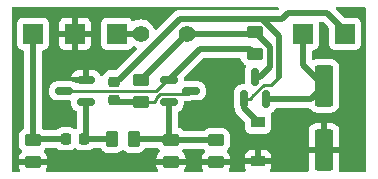
<source format=gbr>
%TF.GenerationSoftware,KiCad,Pcbnew,(6.0.6)*%
%TF.CreationDate,2023-03-14T09:52:22+01:00*%
%TF.ProjectId,Capteur de fourdre,43617074-6575-4722-9064-6520666f7572,rev?*%
%TF.SameCoordinates,Original*%
%TF.FileFunction,Copper,L1,Top*%
%TF.FilePolarity,Positive*%
%FSLAX46Y46*%
G04 Gerber Fmt 4.6, Leading zero omitted, Abs format (unit mm)*
G04 Created by KiCad (PCBNEW (6.0.6)) date 2023-03-14 09:52:22*
%MOMM*%
%LPD*%
G01*
G04 APERTURE LIST*
G04 Aperture macros list*
%AMRoundRect*
0 Rectangle with rounded corners*
0 $1 Rounding radius*
0 $2 $3 $4 $5 $6 $7 $8 $9 X,Y pos of 4 corners*
0 Add a 4 corners polygon primitive as box body*
4,1,4,$2,$3,$4,$5,$6,$7,$8,$9,$2,$3,0*
0 Add four circle primitives for the rounded corners*
1,1,$1+$1,$2,$3*
1,1,$1+$1,$4,$5*
1,1,$1+$1,$6,$7*
1,1,$1+$1,$8,$9*
0 Add four rect primitives between the rounded corners*
20,1,$1+$1,$2,$3,$4,$5,0*
20,1,$1+$1,$4,$5,$6,$7,0*
20,1,$1+$1,$6,$7,$8,$9,0*
20,1,$1+$1,$8,$9,$2,$3,0*%
G04 Aperture macros list end*
%TA.AperFunction,SMDPad,CuDef*%
%ADD10RoundRect,0.250000X-0.550000X1.500000X-0.550000X-1.500000X0.550000X-1.500000X0.550000X1.500000X0*%
%TD*%
%TA.AperFunction,SMDPad,CuDef*%
%ADD11RoundRect,0.225000X-0.225000X-0.250000X0.225000X-0.250000X0.225000X0.250000X-0.225000X0.250000X0*%
%TD*%
%TA.AperFunction,SMDPad,CuDef*%
%ADD12RoundRect,0.150000X0.587500X0.150000X-0.587500X0.150000X-0.587500X-0.150000X0.587500X-0.150000X0*%
%TD*%
%TA.AperFunction,SMDPad,CuDef*%
%ADD13RoundRect,0.150000X0.150000X-0.587500X0.150000X0.587500X-0.150000X0.587500X-0.150000X-0.587500X0*%
%TD*%
%TA.AperFunction,SMDPad,CuDef*%
%ADD14RoundRect,0.225000X0.250000X-0.225000X0.250000X0.225000X-0.250000X0.225000X-0.250000X-0.225000X0*%
%TD*%
%TA.AperFunction,SMDPad,CuDef*%
%ADD15RoundRect,0.250000X-0.262500X-0.450000X0.262500X-0.450000X0.262500X0.450000X-0.262500X0.450000X0*%
%TD*%
%TA.AperFunction,SMDPad,CuDef*%
%ADD16RoundRect,0.150000X-0.587500X-0.150000X0.587500X-0.150000X0.587500X0.150000X-0.587500X0.150000X0*%
%TD*%
%TA.AperFunction,SMDPad,CuDef*%
%ADD17RoundRect,0.250000X-0.450000X0.262500X-0.450000X-0.262500X0.450000X-0.262500X0.450000X0.262500X0*%
%TD*%
%TA.AperFunction,SMDPad,CuDef*%
%ADD18RoundRect,0.250000X0.450000X-0.262500X0.450000X0.262500X-0.450000X0.262500X-0.450000X-0.262500X0*%
%TD*%
%TA.AperFunction,SMDPad,CuDef*%
%ADD19R,1.200000X0.900000*%
%TD*%
%TA.AperFunction,SMDPad,CuDef*%
%ADD20RoundRect,0.250000X-0.475000X0.250000X-0.475000X-0.250000X0.475000X-0.250000X0.475000X0.250000X0*%
%TD*%
%TA.AperFunction,ComponentPad*%
%ADD21R,1.700000X1.700000*%
%TD*%
%TA.AperFunction,ViaPad*%
%ADD22C,1.400000*%
%TD*%
%TA.AperFunction,Conductor*%
%ADD23C,0.500000*%
%TD*%
%TA.AperFunction,Conductor*%
%ADD24C,0.250000*%
%TD*%
G04 APERTURE END LIST*
D10*
%TO.P,C4,1*%
%TO.N,Net-(C4-Pad1)*%
X114808000Y-86962000D03*
%TO.P,C4,2*%
%TO.N,GND*%
X114808000Y-92362000D03*
%TD*%
D11*
%TO.P,C1,1*%
%TO.N,Net-(AE1-Pad1)*%
X92951000Y-91440000D03*
%TO.P,C1,2*%
%TO.N,Net-(C1-Pad2)*%
X94501000Y-91440000D03*
%TD*%
D12*
%TO.P,Q1,1,B*%
%TO.N,Net-(C1-Pad2)*%
X94663500Y-88326000D03*
%TO.P,Q1,2,E*%
%TO.N,GND*%
X94663500Y-86426000D03*
%TO.P,Q1,3,C*%
%TO.N,Net-(Q1-Pad3)*%
X92788500Y-87376000D03*
%TD*%
D13*
%TO.P,Q3,1,B*%
%TO.N,Net-(C3-Pad2)*%
X108016000Y-88059500D03*
%TO.P,Q3,2,E*%
%TO.N,Net-(C4-Pad1)*%
X109916000Y-88059500D03*
%TO.P,Q3,3,C*%
%TO.N,+5V*%
X108966000Y-86184500D03*
%TD*%
D14*
%TO.P,C3,1*%
%TO.N,Net-(C3-Pad1)*%
X97028000Y-88151000D03*
%TO.P,C3,2*%
%TO.N,Net-(C3-Pad2)*%
X97028000Y-86601000D03*
%TD*%
D15*
%TO.P,R3,1*%
%TO.N,Net-(C1-Pad2)*%
X96877500Y-91440000D03*
%TO.P,R3,2*%
%TO.N,Net-(C2-Pad1)*%
X98702500Y-91440000D03*
%TD*%
D16*
%TO.P,Q2,1,B*%
%TO.N,Net-(Q1-Pad3)*%
X101678500Y-86426000D03*
%TO.P,Q2,2,E*%
%TO.N,Net-(C2-Pad1)*%
X101678500Y-88326000D03*
%TO.P,Q2,3,C*%
%TO.N,Net-(C3-Pad1)*%
X103553500Y-87376000D03*
%TD*%
D17*
%TO.P,R2,1*%
%TO.N,+5V*%
X108966000Y-82399500D03*
%TO.P,R2,2*%
%TO.N,Net-(Q1-Pad3)*%
X108966000Y-84224500D03*
%TD*%
%TO.P,R4,1*%
%TO.N,+5V*%
X99314000Y-86463500D03*
%TO.P,R4,2*%
%TO.N,Net-(C3-Pad1)*%
X99314000Y-88288500D03*
%TD*%
D18*
%TO.P,R5,1*%
%TO.N,GND*%
X105664000Y-93368500D03*
%TO.P,R5,2*%
%TO.N,Net-(C2-Pad1)*%
X105664000Y-91543500D03*
%TD*%
D17*
%TO.P,R1,1*%
%TO.N,Net-(AE1-Pad1)*%
X90170000Y-91543500D03*
%TO.P,R1,2*%
%TO.N,GND*%
X90170000Y-93368500D03*
%TD*%
D19*
%TO.P,D1,1,K*%
%TO.N,Net-(C3-Pad2)*%
X109220000Y-90044000D03*
%TO.P,D1,2,A*%
%TO.N,GND*%
X109220000Y-93344000D03*
%TD*%
D20*
%TO.P,C2,1*%
%TO.N,Net-(C2-Pad1)*%
X101854000Y-91506000D03*
%TO.P,C2,2*%
%TO.N,GND*%
X101854000Y-93406000D03*
%TD*%
D21*
%TO.P,J3,1,Pin_1*%
%TO.N,GND*%
X93726000Y-82550000D03*
%TD*%
%TO.P,J4,1,Pin_1*%
%TO.N,+5V*%
X97282000Y-82550000D03*
%TD*%
%TO.P,J1,1,Pin_1*%
%TO.N,Net-(C3-Pad2)*%
X116586000Y-82550000D03*
%TD*%
%TO.P,AE1,1,A*%
%TO.N,Net-(AE1-Pad1)*%
X90170000Y-82550000D03*
%TD*%
%TO.P,J2,1,Pin_1*%
%TO.N,Net-(C4-Pad1)*%
X113030000Y-82550000D03*
%TD*%
D22*
%TO.N,+5V*%
X99314000Y-82550000D03*
X103175750Y-82601750D03*
%TD*%
D23*
%TO.N,Net-(AE1-Pad1)*%
X92776000Y-91440000D02*
X90273500Y-91440000D01*
X90170000Y-82550000D02*
X90170000Y-91543500D01*
D24*
X90273500Y-91440000D02*
X90170000Y-91543500D01*
D23*
%TO.N,Net-(C1-Pad2)*%
X94676000Y-91440000D02*
X94676000Y-88338500D01*
X94676000Y-91440000D02*
X96877500Y-91440000D01*
D24*
X94676000Y-88338500D02*
X94663500Y-88326000D01*
%TO.N,Net-(C2-Pad1)*%
X101788000Y-91440000D02*
X101854000Y-91506000D01*
D23*
X98702500Y-91440000D02*
X101788000Y-91440000D01*
D24*
X101854000Y-91506000D02*
X101678500Y-91330500D01*
D23*
X101678500Y-91330500D02*
X101678500Y-88326000D01*
D24*
X105626500Y-91506000D02*
X105664000Y-91543500D01*
D23*
X101854000Y-91506000D02*
X105626500Y-91506000D01*
D24*
%TO.N,Net-(C3-Pad1)*%
X99314000Y-88288500D02*
X100433500Y-88288500D01*
D23*
X97028000Y-88326000D02*
X99276500Y-88326000D01*
D24*
X100433500Y-88288500D02*
X100584000Y-88138000D01*
X100965249Y-87630000D02*
X103299500Y-87630000D01*
X100584000Y-88138000D02*
X100584000Y-88011249D01*
X103299500Y-87630000D02*
X103553500Y-87376000D01*
X99276500Y-88326000D02*
X99314000Y-88288500D01*
X100584000Y-88011249D02*
X100965249Y-87630000D01*
%TO.N,Net-(C3-Pad2)*%
X108712000Y-87884000D02*
X108712000Y-87847751D01*
D23*
X110998000Y-82804000D02*
X110998000Y-82729051D01*
X110998000Y-82804000D02*
X110998000Y-86215500D01*
D24*
X109474000Y-81280000D02*
X110998000Y-82804000D01*
X108016000Y-88059500D02*
X108536500Y-88059500D01*
X108712000Y-87847751D02*
X109691751Y-86868000D01*
D23*
X108016000Y-88840000D02*
X109220000Y-90044000D01*
D24*
X108887500Y-89711500D02*
X109220000Y-90044000D01*
X109691751Y-86868000D02*
X110345500Y-86868000D01*
X110345500Y-86868000D02*
X110998000Y-86215500D01*
D23*
X111252000Y-81280000D02*
X111760000Y-80772000D01*
X110998000Y-82729051D02*
X109548949Y-81280000D01*
X111760000Y-80772000D02*
X115062000Y-80772000D01*
X109474000Y-81280000D02*
X111252000Y-81280000D01*
X115062000Y-80772000D02*
X116586000Y-82296000D01*
X109548949Y-81280000D02*
X102616000Y-81280000D01*
X108016000Y-88059500D02*
X108016000Y-88840000D01*
D24*
X108536500Y-88059500D02*
X108712000Y-87884000D01*
D23*
X102616000Y-81280000D02*
X97470000Y-86426000D01*
D24*
X97028000Y-86426000D02*
X97470000Y-86426000D01*
D23*
%TO.N,Net-(C4-Pad1)*%
X113030000Y-85184000D02*
X114808000Y-86962000D01*
X109916000Y-88059500D02*
X113710500Y-88059500D01*
X113710500Y-88059500D02*
X114808000Y-86962000D01*
X113030000Y-82550000D02*
X113030000Y-85184000D01*
%TO.N,Net-(Q1-Pad3)*%
X101678500Y-86426000D02*
X104284500Y-83820000D01*
D24*
X100582853Y-87376000D02*
X101532853Y-86426000D01*
X92788500Y-87376000D02*
X100582853Y-87376000D01*
D23*
X108561500Y-83820000D02*
X108966000Y-84224500D01*
D24*
X101532853Y-86426000D02*
X101678500Y-86426000D01*
D23*
X104284500Y-83820000D02*
X108561500Y-83820000D01*
%TO.N,+5V*%
X99314000Y-86463500D02*
X103175750Y-82601750D01*
X103227500Y-82550000D02*
X108815500Y-82550000D01*
X108966000Y-86184500D02*
X109395500Y-86184500D01*
X110236000Y-83669500D02*
X108966000Y-82399500D01*
X110236000Y-85344000D02*
X110236000Y-83669500D01*
D24*
X103175750Y-82601750D02*
X103227500Y-82550000D01*
X108815500Y-82550000D02*
X108966000Y-82399500D01*
D23*
X97282000Y-82550000D02*
X99314000Y-82550000D01*
X109395500Y-86184500D02*
X110236000Y-85344000D01*
%TD*%
%TA.AperFunction,Conductor*%
%TO.N,GND*%
G36*
X110958750Y-80284502D02*
G01*
X111005243Y-80338158D01*
X111015347Y-80408432D01*
X110985853Y-80473012D01*
X110979724Y-80479595D01*
X110974724Y-80484595D01*
X110912412Y-80518621D01*
X110885629Y-80521500D01*
X109636890Y-80521500D01*
X109625689Y-80521001D01*
X109623999Y-80520850D01*
X109616834Y-80519360D01*
X109556174Y-80521001D01*
X109539428Y-80521454D01*
X109536021Y-80521500D01*
X102683070Y-80521500D01*
X102664120Y-80520067D01*
X102649885Y-80517901D01*
X102649881Y-80517901D01*
X102642651Y-80516801D01*
X102635359Y-80517394D01*
X102635356Y-80517394D01*
X102589982Y-80521085D01*
X102579767Y-80521500D01*
X102571707Y-80521500D01*
X102558417Y-80523049D01*
X102543493Y-80524789D01*
X102539118Y-80525222D01*
X102473661Y-80530546D01*
X102473658Y-80530547D01*
X102466363Y-80531140D01*
X102459399Y-80533396D01*
X102453440Y-80534587D01*
X102447585Y-80535971D01*
X102440319Y-80536818D01*
X102371673Y-80561735D01*
X102367545Y-80563152D01*
X102305064Y-80583393D01*
X102305062Y-80583394D01*
X102298101Y-80585649D01*
X102291846Y-80589445D01*
X102286372Y-80591951D01*
X102280942Y-80594670D01*
X102274063Y-80597167D01*
X102267943Y-80601180D01*
X102267942Y-80601180D01*
X102213024Y-80637186D01*
X102209320Y-80639523D01*
X102146893Y-80677405D01*
X102138516Y-80684803D01*
X102138492Y-80684776D01*
X102135500Y-80687429D01*
X102132267Y-80690132D01*
X102126148Y-80694144D01*
X102121116Y-80699456D01*
X102072872Y-80750383D01*
X102070494Y-80752825D01*
X100655700Y-82167619D01*
X100593388Y-82201645D01*
X100522573Y-82196580D01*
X100465737Y-82154033D01*
X100452410Y-82131774D01*
X100366912Y-81948423D01*
X100366910Y-81948420D01*
X100364589Y-81943442D01*
X100243301Y-81770224D01*
X100093776Y-81620699D01*
X99920558Y-81499411D01*
X99915580Y-81497090D01*
X99915577Y-81497088D01*
X99733892Y-81412367D01*
X99733891Y-81412366D01*
X99728910Y-81410044D01*
X99723602Y-81408622D01*
X99723600Y-81408621D01*
X99529970Y-81356738D01*
X99529968Y-81356738D01*
X99524655Y-81355314D01*
X99314000Y-81336884D01*
X99103345Y-81355314D01*
X99098032Y-81356738D01*
X99098030Y-81356738D01*
X98904400Y-81408621D01*
X98904398Y-81408622D01*
X98899090Y-81410044D01*
X98894109Y-81412366D01*
X98894108Y-81412367D01*
X98733274Y-81487365D01*
X98663082Y-81498026D01*
X98598269Y-81469046D01*
X98579198Y-81448735D01*
X98500643Y-81343920D01*
X98500642Y-81343919D01*
X98495261Y-81336739D01*
X98378705Y-81249385D01*
X98242316Y-81198255D01*
X98180134Y-81191500D01*
X96383866Y-81191500D01*
X96321684Y-81198255D01*
X96185295Y-81249385D01*
X96068739Y-81336739D01*
X95981385Y-81453295D01*
X95930255Y-81589684D01*
X95923500Y-81651866D01*
X95923500Y-83448134D01*
X95930255Y-83510316D01*
X95981385Y-83646705D01*
X96068739Y-83763261D01*
X96185295Y-83850615D01*
X96321684Y-83901745D01*
X96383866Y-83908500D01*
X98180134Y-83908500D01*
X98242316Y-83901745D01*
X98378705Y-83850615D01*
X98495261Y-83763261D01*
X98513096Y-83739464D01*
X98579198Y-83651265D01*
X98636058Y-83608750D01*
X98706876Y-83603725D01*
X98733274Y-83612635D01*
X98895774Y-83688410D01*
X98949059Y-83735327D01*
X98968520Y-83803605D01*
X98947978Y-83871565D01*
X98931619Y-83891700D01*
X97217724Y-85605595D01*
X97155412Y-85639621D01*
X97128629Y-85642500D01*
X96729268Y-85642500D01*
X96726022Y-85642837D01*
X96726018Y-85642837D01*
X96691917Y-85646375D01*
X96626981Y-85653113D01*
X96620440Y-85655295D01*
X96620441Y-85655295D01*
X96471676Y-85704927D01*
X96471674Y-85704928D01*
X96464732Y-85707244D01*
X96319287Y-85797248D01*
X96198448Y-85918298D01*
X96194608Y-85924528D01*
X96194607Y-85924529D01*
X96144524Y-86005779D01*
X96108698Y-86063899D01*
X96106442Y-86070702D01*
X96059565Y-86123940D01*
X95991288Y-86143401D01*
X95923328Y-86122859D01*
X95877262Y-86068836D01*
X95871291Y-86052557D01*
X95861895Y-86020214D01*
X95855648Y-86005779D01*
X95779089Y-85876322D01*
X95769449Y-85863896D01*
X95663104Y-85757551D01*
X95650678Y-85747911D01*
X95521221Y-85671352D01*
X95506790Y-85665107D01*
X95360935Y-85622731D01*
X95348333Y-85620430D01*
X95319916Y-85618193D01*
X95314986Y-85618000D01*
X94935615Y-85618000D01*
X94920376Y-85622475D01*
X94919171Y-85623865D01*
X94917500Y-85631548D01*
X94917500Y-86554000D01*
X94897498Y-86622121D01*
X94843842Y-86668614D01*
X94791500Y-86680000D01*
X93780842Y-86680000D01*
X93716703Y-86662453D01*
X93646427Y-86620892D01*
X93646428Y-86620892D01*
X93639601Y-86616855D01*
X93631990Y-86614644D01*
X93631988Y-86614643D01*
X93579769Y-86599472D01*
X93479831Y-86570438D01*
X93473426Y-86569934D01*
X93473421Y-86569933D01*
X93444958Y-86567693D01*
X93444950Y-86567693D01*
X93442502Y-86567500D01*
X92134498Y-86567500D01*
X92132050Y-86567693D01*
X92132042Y-86567693D01*
X92103579Y-86569933D01*
X92103574Y-86569934D01*
X92097169Y-86570438D01*
X91997231Y-86599472D01*
X91945012Y-86614643D01*
X91945010Y-86614644D01*
X91937399Y-86616855D01*
X91930572Y-86620892D01*
X91930573Y-86620892D01*
X91801020Y-86697509D01*
X91801017Y-86697511D01*
X91794193Y-86701547D01*
X91676547Y-86819193D01*
X91672511Y-86826017D01*
X91672509Y-86826020D01*
X91608893Y-86933589D01*
X91591855Y-86962399D01*
X91589644Y-86970010D01*
X91589643Y-86970012D01*
X91574472Y-87022231D01*
X91545438Y-87122169D01*
X91544934Y-87128574D01*
X91544933Y-87128579D01*
X91542693Y-87157042D01*
X91542500Y-87159498D01*
X91542500Y-87592502D01*
X91545438Y-87629831D01*
X91591855Y-87789601D01*
X91595892Y-87796427D01*
X91672509Y-87925980D01*
X91672511Y-87925983D01*
X91676547Y-87932807D01*
X91794193Y-88050453D01*
X91801017Y-88054489D01*
X91801020Y-88054491D01*
X91894032Y-88109498D01*
X91937399Y-88135145D01*
X91945010Y-88137356D01*
X91945012Y-88137357D01*
X91997231Y-88152528D01*
X92097169Y-88181562D01*
X92103574Y-88182066D01*
X92103579Y-88182067D01*
X92132042Y-88184307D01*
X92132050Y-88184307D01*
X92134498Y-88184500D01*
X93291500Y-88184500D01*
X93359621Y-88204502D01*
X93406114Y-88258158D01*
X93417500Y-88310500D01*
X93417500Y-88542502D01*
X93420438Y-88579831D01*
X93429387Y-88610634D01*
X93459273Y-88713502D01*
X93466855Y-88739601D01*
X93483893Y-88768411D01*
X93547509Y-88875980D01*
X93547511Y-88875983D01*
X93551547Y-88882807D01*
X93669193Y-89000453D01*
X93676017Y-89004489D01*
X93676020Y-89004491D01*
X93706562Y-89022553D01*
X93812399Y-89085145D01*
X93826655Y-89089287D01*
X93886489Y-89127500D01*
X93916166Y-89191996D01*
X93917500Y-89210283D01*
X93917500Y-90479032D01*
X93897498Y-90547153D01*
X93857804Y-90586175D01*
X93856258Y-90587132D01*
X93824787Y-90606607D01*
X93817287Y-90611248D01*
X93812114Y-90616430D01*
X93806380Y-90620975D01*
X93804858Y-90619055D01*
X93752794Y-90647545D01*
X93681974Y-90642544D01*
X93645448Y-90619118D01*
X93644628Y-90620157D01*
X93638882Y-90615619D01*
X93633702Y-90610448D01*
X93623754Y-90604316D01*
X93494331Y-90524538D01*
X93494329Y-90524537D01*
X93488101Y-90520698D01*
X93325757Y-90466851D01*
X93318920Y-90466151D01*
X93318918Y-90466150D01*
X93277599Y-90461917D01*
X93224732Y-90456500D01*
X92677268Y-90456500D01*
X92674022Y-90456837D01*
X92674018Y-90456837D01*
X92639917Y-90460375D01*
X92574981Y-90467113D01*
X92568440Y-90469295D01*
X92568441Y-90469295D01*
X92419676Y-90518927D01*
X92419674Y-90518928D01*
X92412732Y-90521244D01*
X92406508Y-90525096D01*
X92406507Y-90525096D01*
X92310839Y-90584297D01*
X92267287Y-90611248D01*
X92236046Y-90642544D01*
X92234075Y-90644518D01*
X92171793Y-90678597D01*
X92144902Y-90681500D01*
X91128701Y-90681500D01*
X91062585Y-90662760D01*
X91060538Y-90661498D01*
X90988383Y-90617021D01*
X90940891Y-90564250D01*
X90928500Y-90509762D01*
X90928500Y-86154605D01*
X93426061Y-86154605D01*
X93426101Y-86168706D01*
X93433370Y-86172000D01*
X94391385Y-86172000D01*
X94406624Y-86167525D01*
X94407829Y-86166135D01*
X94409500Y-86158452D01*
X94409500Y-85636116D01*
X94405025Y-85620877D01*
X94403635Y-85619672D01*
X94395952Y-85618001D01*
X94012017Y-85618001D01*
X94007080Y-85618195D01*
X93978664Y-85620430D01*
X93966069Y-85622730D01*
X93820210Y-85665107D01*
X93805779Y-85671352D01*
X93676322Y-85747911D01*
X93663896Y-85757551D01*
X93557551Y-85863896D01*
X93547911Y-85876322D01*
X93471352Y-86005779D01*
X93465107Y-86020210D01*
X93426061Y-86154605D01*
X90928500Y-86154605D01*
X90928500Y-84034500D01*
X90948502Y-83966379D01*
X91002158Y-83919886D01*
X91054500Y-83908500D01*
X91068134Y-83908500D01*
X91130316Y-83901745D01*
X91266705Y-83850615D01*
X91383261Y-83763261D01*
X91470615Y-83646705D01*
X91521745Y-83510316D01*
X91528500Y-83448134D01*
X91528500Y-83444669D01*
X92368001Y-83444669D01*
X92368371Y-83451490D01*
X92373895Y-83502352D01*
X92377521Y-83517604D01*
X92422676Y-83638054D01*
X92431214Y-83653649D01*
X92507715Y-83755724D01*
X92520276Y-83768285D01*
X92622351Y-83844786D01*
X92637946Y-83853324D01*
X92758394Y-83898478D01*
X92773649Y-83902105D01*
X92824514Y-83907631D01*
X92831328Y-83908000D01*
X93453885Y-83908000D01*
X93469124Y-83903525D01*
X93470329Y-83902135D01*
X93472000Y-83894452D01*
X93472000Y-83889884D01*
X93980000Y-83889884D01*
X93984475Y-83905123D01*
X93985865Y-83906328D01*
X93993548Y-83907999D01*
X94620669Y-83907999D01*
X94627490Y-83907629D01*
X94678352Y-83902105D01*
X94693604Y-83898479D01*
X94814054Y-83853324D01*
X94829649Y-83844786D01*
X94931724Y-83768285D01*
X94944285Y-83755724D01*
X95020786Y-83653649D01*
X95029324Y-83638054D01*
X95074478Y-83517606D01*
X95078105Y-83502351D01*
X95083631Y-83451486D01*
X95084000Y-83444672D01*
X95084000Y-82822115D01*
X95079525Y-82806876D01*
X95078135Y-82805671D01*
X95070452Y-82804000D01*
X93998115Y-82804000D01*
X93982876Y-82808475D01*
X93981671Y-82809865D01*
X93980000Y-82817548D01*
X93980000Y-83889884D01*
X93472000Y-83889884D01*
X93472000Y-82822115D01*
X93467525Y-82806876D01*
X93466135Y-82805671D01*
X93458452Y-82804000D01*
X92386116Y-82804000D01*
X92370877Y-82808475D01*
X92369672Y-82809865D01*
X92368001Y-82817548D01*
X92368001Y-83444669D01*
X91528500Y-83444669D01*
X91528500Y-82277885D01*
X92368000Y-82277885D01*
X92372475Y-82293124D01*
X92373865Y-82294329D01*
X92381548Y-82296000D01*
X93453885Y-82296000D01*
X93469124Y-82291525D01*
X93470329Y-82290135D01*
X93472000Y-82282452D01*
X93472000Y-82277885D01*
X93980000Y-82277885D01*
X93984475Y-82293124D01*
X93985865Y-82294329D01*
X93993548Y-82296000D01*
X95065884Y-82296000D01*
X95081123Y-82291525D01*
X95082328Y-82290135D01*
X95083999Y-82282452D01*
X95083999Y-81655331D01*
X95083629Y-81648510D01*
X95078105Y-81597648D01*
X95074479Y-81582396D01*
X95029324Y-81461946D01*
X95020786Y-81446351D01*
X94944285Y-81344276D01*
X94931724Y-81331715D01*
X94829649Y-81255214D01*
X94814054Y-81246676D01*
X94693606Y-81201522D01*
X94678351Y-81197895D01*
X94627486Y-81192369D01*
X94620672Y-81192000D01*
X93998115Y-81192000D01*
X93982876Y-81196475D01*
X93981671Y-81197865D01*
X93980000Y-81205548D01*
X93980000Y-82277885D01*
X93472000Y-82277885D01*
X93472000Y-81210116D01*
X93467525Y-81194877D01*
X93466135Y-81193672D01*
X93458452Y-81192001D01*
X92831331Y-81192001D01*
X92824510Y-81192371D01*
X92773648Y-81197895D01*
X92758396Y-81201521D01*
X92637946Y-81246676D01*
X92622351Y-81255214D01*
X92520276Y-81331715D01*
X92507715Y-81344276D01*
X92431214Y-81446351D01*
X92422676Y-81461946D01*
X92377522Y-81582394D01*
X92373895Y-81597649D01*
X92368369Y-81648514D01*
X92368000Y-81655328D01*
X92368000Y-82277885D01*
X91528500Y-82277885D01*
X91528500Y-81651866D01*
X91521745Y-81589684D01*
X91470615Y-81453295D01*
X91383261Y-81336739D01*
X91266705Y-81249385D01*
X91130316Y-81198255D01*
X91068134Y-81191500D01*
X89271866Y-81191500D01*
X89209684Y-81198255D01*
X89073295Y-81249385D01*
X88956739Y-81336739D01*
X88869385Y-81453295D01*
X88818255Y-81589684D01*
X88811500Y-81651866D01*
X88811500Y-83448134D01*
X88818255Y-83510316D01*
X88869385Y-83646705D01*
X88956739Y-83763261D01*
X89073295Y-83850615D01*
X89209684Y-83901745D01*
X89271866Y-83908500D01*
X89285500Y-83908500D01*
X89353621Y-83928502D01*
X89400114Y-83982158D01*
X89411500Y-84034500D01*
X89411500Y-90509689D01*
X89391498Y-90577810D01*
X89351804Y-90616833D01*
X89245652Y-90682522D01*
X89120695Y-90807697D01*
X89027885Y-90958262D01*
X88972203Y-91126139D01*
X88961500Y-91230600D01*
X88961500Y-91856400D01*
X88972474Y-91962166D01*
X89028450Y-92129946D01*
X89121522Y-92280348D01*
X89126704Y-92285521D01*
X89208463Y-92367138D01*
X89242542Y-92429421D01*
X89237539Y-92500241D01*
X89208618Y-92545329D01*
X89126261Y-92627829D01*
X89117249Y-92639240D01*
X89032184Y-92777243D01*
X89026037Y-92790424D01*
X88974862Y-92944710D01*
X88971995Y-92958086D01*
X88962328Y-93052438D01*
X88962000Y-93058855D01*
X88962000Y-93096385D01*
X88966475Y-93111624D01*
X88967865Y-93112829D01*
X88975548Y-93114500D01*
X91359884Y-93114500D01*
X91375123Y-93110025D01*
X91376328Y-93108635D01*
X91377999Y-93100952D01*
X91377999Y-93058905D01*
X91377662Y-93052386D01*
X91367743Y-92956794D01*
X91364851Y-92943400D01*
X91313412Y-92789216D01*
X91307239Y-92776038D01*
X91221937Y-92638193D01*
X91212901Y-92626792D01*
X91131538Y-92545570D01*
X91097459Y-92483287D01*
X91102462Y-92412467D01*
X91131383Y-92367380D01*
X91214130Y-92284488D01*
X91214134Y-92284483D01*
X91219305Y-92279303D01*
X91225809Y-92268752D01*
X91232201Y-92258383D01*
X91284974Y-92210890D01*
X91339460Y-92198500D01*
X92144995Y-92198500D01*
X92213116Y-92218502D01*
X92234012Y-92235327D01*
X92263113Y-92264377D01*
X92263118Y-92264381D01*
X92268298Y-92269552D01*
X92274528Y-92273392D01*
X92274529Y-92273393D01*
X92407415Y-92355305D01*
X92413899Y-92359302D01*
X92576243Y-92413149D01*
X92583080Y-92413849D01*
X92583082Y-92413850D01*
X92624401Y-92418083D01*
X92677268Y-92423500D01*
X93224732Y-92423500D01*
X93227978Y-92423163D01*
X93227982Y-92423163D01*
X93262083Y-92419625D01*
X93327019Y-92412887D01*
X93390029Y-92391865D01*
X93482324Y-92361073D01*
X93482326Y-92361072D01*
X93489268Y-92358756D01*
X93581822Y-92301482D01*
X93628487Y-92272605D01*
X93628488Y-92272604D01*
X93634713Y-92268752D01*
X93639886Y-92263570D01*
X93645620Y-92259025D01*
X93647142Y-92260945D01*
X93699206Y-92232455D01*
X93770026Y-92237456D01*
X93806552Y-92260882D01*
X93807372Y-92259843D01*
X93813118Y-92264381D01*
X93818298Y-92269552D01*
X93824528Y-92273392D01*
X93824529Y-92273393D01*
X93957415Y-92355305D01*
X93963899Y-92359302D01*
X94126243Y-92413149D01*
X94133080Y-92413849D01*
X94133082Y-92413850D01*
X94174401Y-92418083D01*
X94227268Y-92423500D01*
X94774732Y-92423500D01*
X94777978Y-92423163D01*
X94777982Y-92423163D01*
X94812083Y-92419625D01*
X94877019Y-92412887D01*
X94940029Y-92391865D01*
X95032324Y-92361073D01*
X95032326Y-92361072D01*
X95039268Y-92358756D01*
X95184713Y-92268752D01*
X95217925Y-92235482D01*
X95280207Y-92201403D01*
X95307098Y-92198500D01*
X95843689Y-92198500D01*
X95911810Y-92218502D01*
X95950833Y-92258196D01*
X96016522Y-92364348D01*
X96141697Y-92489305D01*
X96147927Y-92493145D01*
X96147928Y-92493146D01*
X96285090Y-92577694D01*
X96292262Y-92582115D01*
X96372005Y-92608564D01*
X96453611Y-92635632D01*
X96453613Y-92635632D01*
X96460139Y-92637797D01*
X96466975Y-92638497D01*
X96466978Y-92638498D01*
X96510031Y-92642909D01*
X96564600Y-92648500D01*
X97190400Y-92648500D01*
X97193646Y-92648163D01*
X97193650Y-92648163D01*
X97289308Y-92638238D01*
X97289312Y-92638237D01*
X97296166Y-92637526D01*
X97302702Y-92635345D01*
X97302704Y-92635345D01*
X97434806Y-92591272D01*
X97463946Y-92581550D01*
X97614348Y-92488478D01*
X97700784Y-92401891D01*
X97763066Y-92367812D01*
X97833886Y-92372815D01*
X97878975Y-92401736D01*
X97917983Y-92440676D01*
X97966697Y-92489305D01*
X97972927Y-92493145D01*
X97972928Y-92493146D01*
X98110090Y-92577694D01*
X98117262Y-92582115D01*
X98197005Y-92608564D01*
X98278611Y-92635632D01*
X98278613Y-92635632D01*
X98285139Y-92637797D01*
X98291975Y-92638497D01*
X98291978Y-92638498D01*
X98335031Y-92642909D01*
X98389600Y-92648500D01*
X99015400Y-92648500D01*
X99018646Y-92648163D01*
X99018650Y-92648163D01*
X99114308Y-92638238D01*
X99114312Y-92638237D01*
X99121166Y-92637526D01*
X99127702Y-92635345D01*
X99127704Y-92635345D01*
X99259806Y-92591272D01*
X99288946Y-92581550D01*
X99439348Y-92488478D01*
X99564305Y-92363303D01*
X99628979Y-92258383D01*
X99681750Y-92210891D01*
X99736238Y-92198500D01*
X100696492Y-92198500D01*
X100764613Y-92218502D01*
X100785508Y-92235326D01*
X100905697Y-92355305D01*
X100910235Y-92358102D01*
X100950824Y-92415353D01*
X100954054Y-92486276D01*
X100918428Y-92547687D01*
X100909932Y-92555062D01*
X100899793Y-92563098D01*
X100785261Y-92677829D01*
X100776249Y-92689240D01*
X100691184Y-92827243D01*
X100685037Y-92840424D01*
X100633862Y-92994710D01*
X100630995Y-93008086D01*
X100621328Y-93102438D01*
X100621000Y-93108855D01*
X100621000Y-93133885D01*
X100625475Y-93149124D01*
X100626865Y-93150329D01*
X100634548Y-93152000D01*
X103068884Y-93152000D01*
X103084123Y-93147525D01*
X103085328Y-93146135D01*
X103086999Y-93138452D01*
X103086999Y-93108905D01*
X103086662Y-93102386D01*
X103076743Y-93006794D01*
X103073851Y-92993400D01*
X103022412Y-92839216D01*
X103016239Y-92826038D01*
X102930937Y-92688193D01*
X102921901Y-92676792D01*
X102807172Y-92562262D01*
X102798238Y-92555206D01*
X102757177Y-92497288D01*
X102753947Y-92426365D01*
X102789574Y-92364954D01*
X102797407Y-92358154D01*
X102803348Y-92354478D01*
X102856252Y-92301482D01*
X102918535Y-92267403D01*
X102945425Y-92264500D01*
X104547520Y-92264500D01*
X104615641Y-92284502D01*
X104636538Y-92301327D01*
X104702463Y-92367138D01*
X104736542Y-92429421D01*
X104731539Y-92500241D01*
X104702618Y-92545329D01*
X104620261Y-92627829D01*
X104611249Y-92639240D01*
X104526184Y-92777243D01*
X104520037Y-92790424D01*
X104468862Y-92944710D01*
X104465995Y-92958086D01*
X104456328Y-93052438D01*
X104456000Y-93058855D01*
X104456000Y-93096385D01*
X104460475Y-93111624D01*
X104461865Y-93112829D01*
X104469548Y-93114500D01*
X106853884Y-93114500D01*
X106869123Y-93110025D01*
X106870328Y-93108635D01*
X106871999Y-93100952D01*
X106871999Y-93071885D01*
X108112000Y-93071885D01*
X108116475Y-93087124D01*
X108117865Y-93088329D01*
X108125548Y-93090000D01*
X108947885Y-93090000D01*
X108963124Y-93085525D01*
X108964329Y-93084135D01*
X108966000Y-93076452D01*
X108966000Y-93071885D01*
X109474000Y-93071885D01*
X109478475Y-93087124D01*
X109479865Y-93088329D01*
X109487548Y-93090000D01*
X110309884Y-93090000D01*
X110325123Y-93085525D01*
X110326328Y-93084135D01*
X110327999Y-93076452D01*
X110327999Y-92849331D01*
X110327629Y-92842510D01*
X110322105Y-92791648D01*
X110318479Y-92776396D01*
X110273324Y-92655946D01*
X110264786Y-92640351D01*
X110188285Y-92538276D01*
X110175724Y-92525715D01*
X110073649Y-92449214D01*
X110058054Y-92440676D01*
X109937606Y-92395522D01*
X109922351Y-92391895D01*
X109871486Y-92386369D01*
X109864672Y-92386000D01*
X109492115Y-92386000D01*
X109476876Y-92390475D01*
X109475671Y-92391865D01*
X109474000Y-92399548D01*
X109474000Y-93071885D01*
X108966000Y-93071885D01*
X108966000Y-92404116D01*
X108961525Y-92388877D01*
X108960135Y-92387672D01*
X108952452Y-92386001D01*
X108575331Y-92386001D01*
X108568510Y-92386371D01*
X108517648Y-92391895D01*
X108502396Y-92395521D01*
X108381946Y-92440676D01*
X108366351Y-92449214D01*
X108264276Y-92525715D01*
X108251715Y-92538276D01*
X108175214Y-92640351D01*
X108166676Y-92655946D01*
X108121522Y-92776394D01*
X108117895Y-92791649D01*
X108112369Y-92842514D01*
X108112000Y-92849328D01*
X108112000Y-93071885D01*
X106871999Y-93071885D01*
X106871999Y-93058905D01*
X106871662Y-93052386D01*
X106861743Y-92956794D01*
X106858851Y-92943400D01*
X106807412Y-92789216D01*
X106801239Y-92776038D01*
X106715937Y-92638193D01*
X106706901Y-92626792D01*
X106625538Y-92545570D01*
X106591459Y-92483287D01*
X106596462Y-92412467D01*
X106625383Y-92367380D01*
X106708130Y-92284488D01*
X106708134Y-92284483D01*
X106713305Y-92279303D01*
X106724660Y-92260882D01*
X106802275Y-92134968D01*
X106802276Y-92134966D01*
X106806115Y-92128738D01*
X106819002Y-92089885D01*
X113500000Y-92089885D01*
X113504475Y-92105124D01*
X113505865Y-92106329D01*
X113513548Y-92108000D01*
X114535885Y-92108000D01*
X114551124Y-92103525D01*
X114552329Y-92102135D01*
X114554000Y-92094452D01*
X114554000Y-92089885D01*
X115062000Y-92089885D01*
X115066475Y-92105124D01*
X115067865Y-92106329D01*
X115075548Y-92108000D01*
X116097884Y-92108000D01*
X116113123Y-92103525D01*
X116114328Y-92102135D01*
X116115999Y-92094452D01*
X116115999Y-90814905D01*
X116115662Y-90808386D01*
X116105743Y-90712794D01*
X116102851Y-90699400D01*
X116051412Y-90545216D01*
X116045239Y-90532038D01*
X115959937Y-90394193D01*
X115950901Y-90382792D01*
X115836171Y-90268261D01*
X115824760Y-90259249D01*
X115686757Y-90174184D01*
X115673576Y-90168037D01*
X115519290Y-90116862D01*
X115505914Y-90113995D01*
X115411562Y-90104328D01*
X115405145Y-90104000D01*
X115080115Y-90104000D01*
X115064876Y-90108475D01*
X115063671Y-90109865D01*
X115062000Y-90117548D01*
X115062000Y-92089885D01*
X114554000Y-92089885D01*
X114554000Y-90122116D01*
X114549525Y-90106877D01*
X114548135Y-90105672D01*
X114540452Y-90104001D01*
X114210905Y-90104001D01*
X114204386Y-90104338D01*
X114108794Y-90114257D01*
X114095400Y-90117149D01*
X113941216Y-90168588D01*
X113928038Y-90174761D01*
X113790193Y-90260063D01*
X113778792Y-90269099D01*
X113664261Y-90383829D01*
X113655249Y-90395240D01*
X113570184Y-90533243D01*
X113564037Y-90546424D01*
X113512862Y-90700710D01*
X113509995Y-90714086D01*
X113500328Y-90808438D01*
X113500000Y-90814855D01*
X113500000Y-92089885D01*
X106819002Y-92089885D01*
X106861797Y-91960861D01*
X106872500Y-91856400D01*
X106872500Y-91230600D01*
X106861526Y-91124834D01*
X106805550Y-90957054D01*
X106712478Y-90806652D01*
X106587303Y-90681695D01*
X106566885Y-90669109D01*
X106442968Y-90592725D01*
X106442966Y-90592724D01*
X106436738Y-90588885D01*
X106336085Y-90555500D01*
X106275389Y-90535368D01*
X106275387Y-90535368D01*
X106268861Y-90533203D01*
X106262025Y-90532503D01*
X106262022Y-90532502D01*
X106218969Y-90528091D01*
X106164400Y-90522500D01*
X105163600Y-90522500D01*
X105160354Y-90522837D01*
X105160350Y-90522837D01*
X105064692Y-90532762D01*
X105064688Y-90532763D01*
X105057834Y-90533474D01*
X105051298Y-90535655D01*
X105051296Y-90535655D01*
X104924943Y-90577810D01*
X104890054Y-90589450D01*
X104739652Y-90682522D01*
X104734479Y-90687704D01*
X104734474Y-90687708D01*
X104711705Y-90710517D01*
X104649423Y-90744597D01*
X104622532Y-90747500D01*
X102945393Y-90747500D01*
X102877272Y-90727498D01*
X102856375Y-90710673D01*
X102807483Y-90661866D01*
X102802303Y-90656695D01*
X102787459Y-90647545D01*
X102657968Y-90567725D01*
X102657966Y-90567724D01*
X102651738Y-90563885D01*
X102555722Y-90532038D01*
X102523333Y-90521295D01*
X102464973Y-90480864D01*
X102437736Y-90415300D01*
X102437000Y-90401702D01*
X102437000Y-89206652D01*
X102457002Y-89138531D01*
X102510658Y-89092038D01*
X102514721Y-89090529D01*
X102514711Y-89090506D01*
X102521988Y-89087357D01*
X102529601Y-89085145D01*
X102593076Y-89047606D01*
X102665980Y-89004491D01*
X102665983Y-89004489D01*
X102672807Y-89000453D01*
X102790453Y-88882807D01*
X102794489Y-88875983D01*
X102794491Y-88875980D01*
X102858107Y-88768411D01*
X102875145Y-88739601D01*
X102882728Y-88713502D01*
X102912613Y-88610634D01*
X102921562Y-88579831D01*
X102924500Y-88542502D01*
X102924500Y-88389500D01*
X102944502Y-88321379D01*
X102998158Y-88274886D01*
X103050500Y-88263500D01*
X103220733Y-88263500D01*
X103231916Y-88264027D01*
X103239409Y-88265702D01*
X103247335Y-88265453D01*
X103247336Y-88265453D01*
X103307486Y-88263562D01*
X103311445Y-88263500D01*
X103339356Y-88263500D01*
X103343291Y-88263003D01*
X103343356Y-88262995D01*
X103355193Y-88262062D01*
X103387451Y-88261048D01*
X103391470Y-88260922D01*
X103399389Y-88260673D01*
X103418843Y-88255021D01*
X103438200Y-88251013D01*
X103450430Y-88249468D01*
X103450431Y-88249468D01*
X103458297Y-88248474D01*
X103465668Y-88245555D01*
X103465670Y-88245555D01*
X103499412Y-88232196D01*
X103510642Y-88228351D01*
X103545483Y-88218229D01*
X103545484Y-88218229D01*
X103553093Y-88216018D01*
X103559912Y-88211985D01*
X103559917Y-88211983D01*
X103570528Y-88205707D01*
X103588276Y-88197012D01*
X103597534Y-88193346D01*
X103643911Y-88184500D01*
X104207502Y-88184500D01*
X104209950Y-88184307D01*
X104209958Y-88184307D01*
X104238421Y-88182067D01*
X104238426Y-88182066D01*
X104244831Y-88181562D01*
X104344769Y-88152528D01*
X104396988Y-88137357D01*
X104396990Y-88137356D01*
X104404601Y-88135145D01*
X104447968Y-88109498D01*
X104540980Y-88054491D01*
X104540983Y-88054489D01*
X104547807Y-88050453D01*
X104665453Y-87932807D01*
X104669489Y-87925983D01*
X104669491Y-87925980D01*
X104746108Y-87796427D01*
X104750145Y-87789601D01*
X104796562Y-87629831D01*
X104799500Y-87592502D01*
X104799500Y-87159498D01*
X104799307Y-87157042D01*
X104797067Y-87128579D01*
X104797066Y-87128574D01*
X104796562Y-87122169D01*
X104767528Y-87022231D01*
X104752357Y-86970012D01*
X104752356Y-86970010D01*
X104750145Y-86962399D01*
X104733107Y-86933589D01*
X104669491Y-86826020D01*
X104669489Y-86826017D01*
X104665453Y-86819193D01*
X104547807Y-86701547D01*
X104540983Y-86697511D01*
X104540980Y-86697509D01*
X104411427Y-86620892D01*
X104411428Y-86620892D01*
X104404601Y-86616855D01*
X104396990Y-86614644D01*
X104396988Y-86614643D01*
X104344769Y-86599472D01*
X104244831Y-86570438D01*
X104238426Y-86569934D01*
X104238421Y-86569933D01*
X104209958Y-86567693D01*
X104209950Y-86567693D01*
X104207502Y-86567500D01*
X103050500Y-86567500D01*
X102982379Y-86547498D01*
X102935886Y-86493842D01*
X102924500Y-86441500D01*
X102924500Y-86304871D01*
X102944502Y-86236750D01*
X102961405Y-86215776D01*
X104561776Y-84615405D01*
X104624088Y-84581379D01*
X104650871Y-84578500D01*
X107656109Y-84578500D01*
X107724230Y-84598502D01*
X107770723Y-84652158D01*
X107775633Y-84664624D01*
X107824450Y-84810946D01*
X107917522Y-84961348D01*
X108042697Y-85086305D01*
X108048927Y-85090145D01*
X108048928Y-85090146D01*
X108164779Y-85161558D01*
X108212273Y-85214331D01*
X108223696Y-85284402D01*
X108212055Y-85318440D01*
X108214039Y-85319299D01*
X108210890Y-85326577D01*
X108206855Y-85333399D01*
X108160438Y-85493169D01*
X108159934Y-85499574D01*
X108159933Y-85499579D01*
X108157859Y-85525937D01*
X108157500Y-85530498D01*
X108157500Y-86687500D01*
X108137498Y-86755621D01*
X108083842Y-86802114D01*
X108031500Y-86813500D01*
X107799498Y-86813500D01*
X107797050Y-86813693D01*
X107797042Y-86813693D01*
X107768579Y-86815933D01*
X107768574Y-86815934D01*
X107762169Y-86816438D01*
X107662231Y-86845472D01*
X107610012Y-86860643D01*
X107610010Y-86860644D01*
X107602399Y-86862855D01*
X107595572Y-86866892D01*
X107595573Y-86866892D01*
X107466020Y-86943509D01*
X107466017Y-86943511D01*
X107459193Y-86947547D01*
X107341547Y-87065193D01*
X107337511Y-87072017D01*
X107337509Y-87072020D01*
X107287212Y-87157068D01*
X107256855Y-87208399D01*
X107254644Y-87216010D01*
X107254643Y-87216012D01*
X107249207Y-87234724D01*
X107210438Y-87368169D01*
X107207500Y-87405498D01*
X107207500Y-88713502D01*
X107207693Y-88715950D01*
X107207693Y-88715958D01*
X107208955Y-88731987D01*
X107210438Y-88750831D01*
X107246797Y-88875980D01*
X107256855Y-88910601D01*
X107255954Y-88910863D01*
X107263040Y-88939229D01*
X107266376Y-88980240D01*
X107267140Y-88989637D01*
X107269396Y-88996601D01*
X107270587Y-89002560D01*
X107271971Y-89008415D01*
X107272818Y-89015681D01*
X107297735Y-89084327D01*
X107299152Y-89088455D01*
X107315375Y-89138531D01*
X107321649Y-89157899D01*
X107325445Y-89164154D01*
X107327951Y-89169628D01*
X107330670Y-89175058D01*
X107333167Y-89181937D01*
X107337180Y-89188057D01*
X107337180Y-89188058D01*
X107373186Y-89242976D01*
X107375523Y-89246680D01*
X107413405Y-89309107D01*
X107417121Y-89313315D01*
X107417122Y-89313316D01*
X107420803Y-89317484D01*
X107420776Y-89317508D01*
X107423429Y-89320500D01*
X107426132Y-89323733D01*
X107430144Y-89329852D01*
X107435456Y-89334884D01*
X107486383Y-89383128D01*
X107488825Y-89385506D01*
X108074595Y-89971276D01*
X108108621Y-90033588D01*
X108111500Y-90060371D01*
X108111500Y-90542134D01*
X108118255Y-90604316D01*
X108169385Y-90740705D01*
X108256739Y-90857261D01*
X108373295Y-90944615D01*
X108509684Y-90995745D01*
X108571866Y-91002500D01*
X109868134Y-91002500D01*
X109930316Y-90995745D01*
X110066705Y-90944615D01*
X110183261Y-90857261D01*
X110270615Y-90740705D01*
X110321745Y-90604316D01*
X110328500Y-90542134D01*
X110328500Y-89545866D01*
X110321745Y-89483684D01*
X110318973Y-89476288D01*
X110318971Y-89476282D01*
X110290430Y-89400150D01*
X110285247Y-89329343D01*
X110319168Y-89266974D01*
X110344273Y-89247468D01*
X110465980Y-89175491D01*
X110465983Y-89175489D01*
X110472807Y-89171453D01*
X110590453Y-89053807D01*
X110594489Y-89046983D01*
X110594491Y-89046980D01*
X110664889Y-88927943D01*
X110675145Y-88910601D01*
X110677357Y-88902988D01*
X110680506Y-88895711D01*
X110683274Y-88896909D01*
X110713889Y-88848993D01*
X110778391Y-88819330D01*
X110796652Y-88818000D01*
X113516084Y-88818000D01*
X113584205Y-88838002D01*
X113623225Y-88877693D01*
X113659522Y-88936348D01*
X113664704Y-88941521D01*
X113682607Y-88959393D01*
X113784697Y-89061305D01*
X113790927Y-89065145D01*
X113790928Y-89065146D01*
X113928090Y-89149694D01*
X113935262Y-89154115D01*
X113982033Y-89169628D01*
X114096611Y-89207632D01*
X114096613Y-89207632D01*
X114103139Y-89209797D01*
X114109975Y-89210497D01*
X114109978Y-89210498D01*
X114153031Y-89214909D01*
X114207600Y-89220500D01*
X115408400Y-89220500D01*
X115411646Y-89220163D01*
X115411650Y-89220163D01*
X115507308Y-89210238D01*
X115507312Y-89210237D01*
X115514166Y-89209526D01*
X115520702Y-89207345D01*
X115520704Y-89207345D01*
X115668910Y-89157899D01*
X115681946Y-89153550D01*
X115832348Y-89060478D01*
X115845823Y-89046980D01*
X115952134Y-88940483D01*
X115957305Y-88935303D01*
X115992814Y-88877697D01*
X116046275Y-88790968D01*
X116046276Y-88790966D01*
X116050115Y-88784738D01*
X116105797Y-88616861D01*
X116116500Y-88512400D01*
X116116500Y-85411600D01*
X116107654Y-85326339D01*
X116106238Y-85312692D01*
X116106237Y-85312688D01*
X116105526Y-85305834D01*
X116049550Y-85138054D01*
X115956478Y-84987652D01*
X115831303Y-84862695D01*
X115747351Y-84810946D01*
X115686968Y-84773725D01*
X115686966Y-84773724D01*
X115680738Y-84769885D01*
X115520254Y-84716655D01*
X115519389Y-84716368D01*
X115519387Y-84716368D01*
X115512861Y-84714203D01*
X115506025Y-84713503D01*
X115506022Y-84713502D01*
X115462969Y-84709091D01*
X115408400Y-84703500D01*
X114207600Y-84703500D01*
X114204354Y-84703837D01*
X114204350Y-84703837D01*
X114108692Y-84713762D01*
X114108688Y-84713763D01*
X114101834Y-84714474D01*
X114095298Y-84716655D01*
X114095296Y-84716655D01*
X113954376Y-84763670D01*
X113883427Y-84766254D01*
X113822343Y-84730071D01*
X113790518Y-84666606D01*
X113788500Y-84644146D01*
X113788500Y-84034500D01*
X113808502Y-83966379D01*
X113862158Y-83919886D01*
X113914500Y-83908500D01*
X113928134Y-83908500D01*
X113990316Y-83901745D01*
X114126705Y-83850615D01*
X114243261Y-83763261D01*
X114330615Y-83646705D01*
X114381745Y-83510316D01*
X114388500Y-83448134D01*
X114388500Y-81656500D01*
X114408502Y-81588379D01*
X114462158Y-81541886D01*
X114514500Y-81530500D01*
X114695629Y-81530500D01*
X114763750Y-81550502D01*
X114784724Y-81567405D01*
X115190595Y-81973276D01*
X115224621Y-82035588D01*
X115227500Y-82062371D01*
X115227500Y-83448134D01*
X115234255Y-83510316D01*
X115285385Y-83646705D01*
X115372739Y-83763261D01*
X115489295Y-83850615D01*
X115625684Y-83901745D01*
X115687866Y-83908500D01*
X117484134Y-83908500D01*
X117546316Y-83901745D01*
X117682705Y-83850615D01*
X117799261Y-83763261D01*
X117886615Y-83646705D01*
X117937745Y-83510316D01*
X117944500Y-83448134D01*
X117944500Y-81651866D01*
X117937745Y-81589684D01*
X117886615Y-81453295D01*
X117799261Y-81336739D01*
X117682705Y-81249385D01*
X117546316Y-81198255D01*
X117484134Y-81191500D01*
X116606371Y-81191500D01*
X116538250Y-81171498D01*
X116517276Y-81154595D01*
X115842276Y-80479595D01*
X115808250Y-80417283D01*
X115813315Y-80346468D01*
X115855862Y-80289632D01*
X115922382Y-80264821D01*
X115931371Y-80264500D01*
X118237500Y-80264500D01*
X118305621Y-80284502D01*
X118352114Y-80338158D01*
X118363500Y-80390500D01*
X118363500Y-94107500D01*
X118343498Y-94175621D01*
X118289842Y-94222114D01*
X118237500Y-94233500D01*
X116207957Y-94233500D01*
X116139836Y-94213498D01*
X116093343Y-94159842D01*
X116083239Y-94089568D01*
X116088364Y-94067833D01*
X116103137Y-94023293D01*
X116106005Y-94009914D01*
X116115672Y-93915562D01*
X116116000Y-93909146D01*
X116116000Y-92634115D01*
X116111525Y-92618876D01*
X116110135Y-92617671D01*
X116102452Y-92616000D01*
X113518116Y-92616000D01*
X113502877Y-92620475D01*
X113501672Y-92621865D01*
X113500001Y-92629548D01*
X113500001Y-93909095D01*
X113500338Y-93915614D01*
X113510257Y-94011206D01*
X113513150Y-94024605D01*
X113527502Y-94067623D01*
X113530087Y-94138573D01*
X113493904Y-94199657D01*
X113430440Y-94231482D01*
X113407979Y-94233500D01*
X110375667Y-94233500D01*
X110307546Y-94213498D01*
X110261053Y-94159842D01*
X110250949Y-94089568D01*
X110265147Y-94046992D01*
X110273321Y-94032061D01*
X110318478Y-93911606D01*
X110322105Y-93896351D01*
X110327631Y-93845486D01*
X110328000Y-93838672D01*
X110328000Y-93616115D01*
X110323525Y-93600876D01*
X110322135Y-93599671D01*
X110314452Y-93598000D01*
X108130116Y-93598000D01*
X108114877Y-93602475D01*
X108113672Y-93603865D01*
X108112001Y-93611548D01*
X108112001Y-93838669D01*
X108112371Y-93845490D01*
X108117895Y-93896352D01*
X108121521Y-93911604D01*
X108166679Y-94032061D01*
X108174853Y-94046992D01*
X108190022Y-94116349D01*
X108165285Y-94182897D01*
X108108497Y-94225507D01*
X108064333Y-94233500D01*
X106858761Y-94233500D01*
X106790640Y-94213498D01*
X106744147Y-94159842D01*
X106734043Y-94089568D01*
X106751501Y-94041384D01*
X106801816Y-93959757D01*
X106807963Y-93946576D01*
X106859138Y-93792290D01*
X106862005Y-93778914D01*
X106871672Y-93684562D01*
X106872000Y-93678146D01*
X106872000Y-93640615D01*
X106867525Y-93625376D01*
X106866135Y-93624171D01*
X106858452Y-93622500D01*
X104474116Y-93622500D01*
X104458877Y-93626975D01*
X104457672Y-93628365D01*
X104456001Y-93636048D01*
X104456001Y-93678095D01*
X104456338Y-93684614D01*
X104466257Y-93780206D01*
X104469149Y-93793600D01*
X104520588Y-93947784D01*
X104526759Y-93960958D01*
X104576413Y-94041196D01*
X104595251Y-94109648D01*
X104574090Y-94177418D01*
X104519650Y-94222989D01*
X104469269Y-94233500D01*
X103089171Y-94233500D01*
X103021050Y-94213498D01*
X102974557Y-94159842D01*
X102964453Y-94089568D01*
X102981911Y-94041384D01*
X103016816Y-93984757D01*
X103022963Y-93971576D01*
X103074138Y-93817290D01*
X103077005Y-93803914D01*
X103086672Y-93709562D01*
X103087000Y-93703146D01*
X103087000Y-93678115D01*
X103082525Y-93662876D01*
X103081135Y-93661671D01*
X103073452Y-93660000D01*
X100639116Y-93660000D01*
X100623877Y-93664475D01*
X100622672Y-93665865D01*
X100621001Y-93673548D01*
X100621001Y-93703095D01*
X100621338Y-93709614D01*
X100631257Y-93805206D01*
X100634149Y-93818600D01*
X100685588Y-93972784D01*
X100691761Y-93985962D01*
X100725942Y-94041197D01*
X100744780Y-94109649D01*
X100723619Y-94177418D01*
X100669178Y-94222990D01*
X100618798Y-94233500D01*
X91364761Y-94233500D01*
X91296640Y-94213498D01*
X91250147Y-94159842D01*
X91240043Y-94089568D01*
X91257501Y-94041384D01*
X91307816Y-93959757D01*
X91313963Y-93946576D01*
X91365138Y-93792290D01*
X91368005Y-93778914D01*
X91377672Y-93684562D01*
X91378000Y-93678146D01*
X91378000Y-93640615D01*
X91373525Y-93625376D01*
X91372135Y-93624171D01*
X91364452Y-93622500D01*
X88980116Y-93622500D01*
X88964877Y-93626975D01*
X88963672Y-93628365D01*
X88962001Y-93636048D01*
X88962001Y-93678095D01*
X88962338Y-93684614D01*
X88972257Y-93780206D01*
X88975149Y-93793600D01*
X89026588Y-93947784D01*
X89032759Y-93960958D01*
X89082413Y-94041196D01*
X89101251Y-94109648D01*
X89080090Y-94177418D01*
X89025650Y-94222989D01*
X88975269Y-94233500D01*
X88518500Y-94233500D01*
X88450379Y-94213498D01*
X88403886Y-94159842D01*
X88392500Y-94107500D01*
X88392500Y-80390500D01*
X88412502Y-80322379D01*
X88466158Y-80275886D01*
X88518500Y-80264500D01*
X110890629Y-80264500D01*
X110958750Y-80284502D01*
G37*
%TD.AperFunction*%
%TD*%
M02*

</source>
